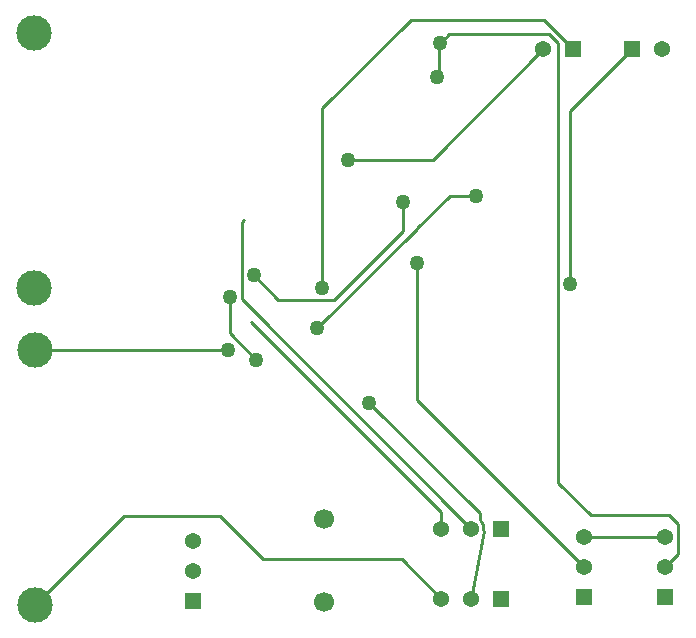
<source format=gbr>
%TF.GenerationSoftware,Altium Limited,DefaultClient, ()*%
G04 Layer_Physical_Order=2*
G04 Layer_Color=16711680*
%FSLAX26Y26*%
%MOIN*%
%TF.SameCoordinates,28E0FE5E-BC46-41F2-A807-9729679EB8C0*%
%TF.FilePolarity,Positive*%
%TF.FileFunction,Copper,L2,Bot,Signal*%
%TF.Part,Single*%
G01*
G75*
%TA.AperFunction,Conductor*%
%ADD19C,0.010000*%
%TA.AperFunction,ComponentPad*%
%ADD20C,0.066929*%
%TA.AperFunction,ViaPad*%
%ADD21C,0.060000*%
%TA.AperFunction,ComponentPad*%
%ADD22R,0.053937X0.053937*%
%ADD23C,0.053937*%
%ADD24C,0.118110*%
%ADD25R,0.053937X0.053937*%
%TA.AperFunction,ViaPad*%
%ADD26C,0.050000*%
D19*
X5261294Y2342505D02*
G03*
X5251070Y2378214I-41294J7495D01*
G01*
D02*
G03*
X5249701Y2379652I-31070J-28214D01*
G01*
X5111000Y3963000D02*
X5145000Y3997000D01*
X5105000Y3855000D02*
X5111000Y3861000D01*
Y3963000D01*
X5249700Y2379652D02*
Y2400300D01*
X4880000Y2770000D02*
X5249700Y2400300D01*
X5220000Y2115000D02*
X5261294Y2342505D01*
X4455000Y3115000D02*
X5220000Y2350000D01*
X4455000Y3115000D02*
Y3372000D01*
X5120000Y2350000D02*
Y2404000D01*
X4486522Y3037478D02*
X5120000Y2404000D01*
X4381000Y2392000D02*
X4525544Y2247456D01*
X4987544D02*
X5120000Y2115000D01*
X4525544Y2247456D02*
X4987544D01*
X4577000Y3113000D02*
X4763000D01*
X4495000Y3195000D02*
X4577000Y3113000D01*
X4455000Y3372000D02*
X4463032Y3380032D01*
X5550000Y3165000D02*
Y3740234D01*
X5037836Y3349836D02*
X5038418Y3350418D01*
X3765000Y2945196D02*
X4410000D01*
X5092290Y3580000D02*
X5459692Y3947402D01*
X4810000Y3580000D02*
X5092290D01*
X4415000Y3001000D02*
X4504000Y2912000D01*
X4415000Y3001000D02*
Y3122346D01*
X5550000Y3740234D02*
X5757168Y3947402D01*
X4723000Y3153000D02*
Y3751000D01*
X5018000Y4046000D01*
X5461094D01*
X5559692Y3947402D01*
X4707000Y3019000D02*
X5037836Y3349836D01*
X5039000D01*
X5148000Y3460000D02*
X5235000D01*
X5038418Y3350418D02*
X5148000Y3460000D01*
X3765000Y2094804D02*
X4062196Y2392000D01*
X4381000D01*
X5039000Y2778834D02*
Y3234000D01*
Y2778834D02*
X5594788Y2223046D01*
X4763000Y3113000D02*
X4992000Y3342000D01*
Y3439000D01*
X5145000Y3997000D02*
X5480000D01*
X5510000Y3967000D01*
Y2503000D02*
Y3967000D01*
Y2503000D02*
X5618000Y2395000D01*
X5880000D01*
X5910000Y2365000D01*
Y2265768D02*
Y2365000D01*
X5867278Y2223046D02*
X5910000Y2265768D01*
X5594788Y2323046D02*
X5867278D01*
D20*
X4730000Y2105000D02*
D03*
Y2380590D02*
D03*
D21*
Y2105000D02*
D03*
Y2380590D02*
D03*
D22*
X4292186Y2110000D02*
D03*
X5594788Y2123046D02*
D03*
X5867278D02*
D03*
D23*
X4292186Y2210000D02*
D03*
Y2310000D02*
D03*
X5220000Y2350000D02*
D03*
X5120000D02*
D03*
X5594788Y2223046D02*
D03*
Y2323046D02*
D03*
X5867278Y2223046D02*
D03*
Y2323046D02*
D03*
X5220000Y2115000D02*
D03*
X5120000D02*
D03*
X5459692Y3947402D02*
D03*
X5857168D02*
D03*
D24*
X3763480Y3151326D02*
D03*
Y4001720D02*
D03*
X3765000Y2094804D02*
D03*
Y2945196D02*
D03*
D25*
X5320000Y2350000D02*
D03*
Y2115000D02*
D03*
X5559692Y3947402D02*
D03*
X5757168D02*
D03*
D26*
X5105000Y3855000D02*
D03*
X4880000Y2770000D02*
D03*
X4495000Y3195000D02*
D03*
X5550000Y3165000D02*
D03*
X4410000Y2945196D02*
D03*
X4810000Y3580000D02*
D03*
X4504000Y2912000D02*
D03*
X4415000Y3122346D02*
D03*
X4723000Y3153000D02*
D03*
X4707000Y3019000D02*
D03*
X5235000Y3460000D02*
D03*
X5039000Y3234000D02*
D03*
X4992000Y3439000D02*
D03*
X5117000Y3969000D02*
D03*
%TF.MD5,b0bacbe46a2b0c24ef38df08e3fcae71*%
M02*

</source>
